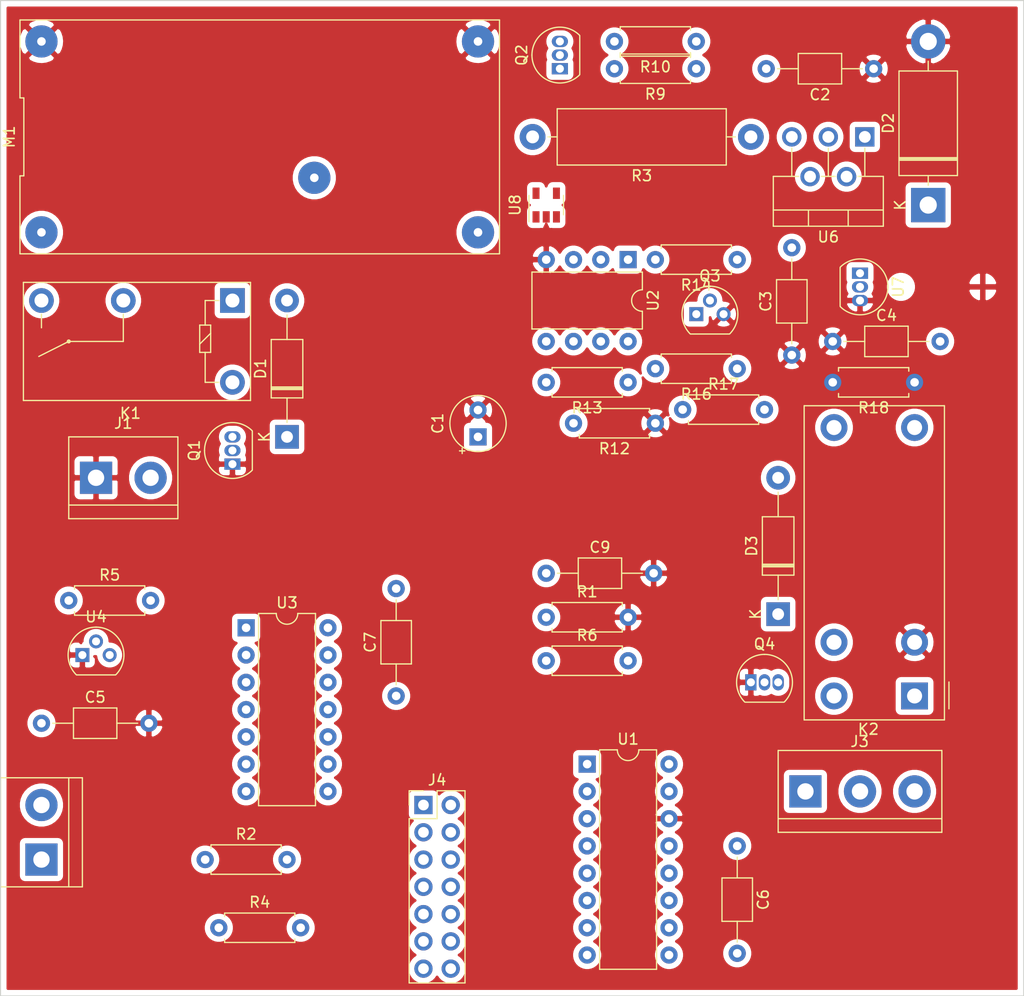
<source format=kicad_pcb>
(kicad_pcb (version 20171130) (host pcbnew 5.1.5-52549c5~84~ubuntu19.10.1)
  (layers (0 F.Cu signal hide) (31 B.Cu signal) (34 B.Paste user) (35 F.Paste user) (36 B.SilkS user) (37 F.SilkS user) (38 B.Mask user) (39 F.Mask user) (44 Edge.Cuts user))
  (net 0 "")
  (net 1 "Net-(D1-Pad2)")
  (net 2 +15V)
  (net 3 GND)
  (net 4 /analog/OUT)
  (net 5 "Net-(D3-Pad2)")
  (net 6 +5V)
  (net 7 GNDD)
  (net 8 /ENABLE_OUT)
  (net 9 /CH2)
  (net 10 /CH3)
  (net 11 /CH4)
  (net 12 /CH5)
  (net 13 /CH6)
  (net 14 /CH7)
  (net 15 /CLK)
  (net 16 /MOSI)
  (net 17 /MISO)
  (net 18 /DAC_CS)
  (net 19 /ADC_CS)
  (net 20 /ENABLE_IN)
  (net 21 /FB)
  (net 22 "Net-(Q2-Pad3)")
  (net 23 "Net-(Q2-Pad2)")
  (net 24 "Net-(Q3-Pad1)")
  (net 25 "Net-(Q3-Pad2)")
  (net 26 "Net-(R2-Pad1)")
  (net 27 /analog/SENSE+)
  (net 28 /analog/SENSE-)
  (net 29 "Net-(R4-Pad1)")
  (net 30 /digital/V_ref)
  (net 31 "Net-(R12-Pad2)")
  (net 32 "Net-(R14-Pad2)")
  (net 33 /analog/SET)
  (net 34 "Net-(R16-Pad2)")
  (net 35 "Net-(R18-Pad1)")
  (net 36 /analog/V_Set)
  (net 37 "Net-(U3-Pad7)")
  (net 38 "Net-(U3-Pad6)")
  (net 39 /analog/I_Set)
  (net 40 "Net-(U3-Pad2)")
  (net 41 "Net-(U4-Pad3)")
  (net 42 "Net-(U6-Pad1)")
  (net 43 /OUT-)
  (net 44 /OUT+)
  (net 45 "Net-(K1-Pad3)")
  (net 46 /V_Out)
  (net 47 /I_Out)
  (net 48 "Net-(J4-Pad8)")
  (net 49 "Net-(J3-Pad2)")
  (module Capacitor_THT:CP_Radial_Tantal_D5.0mm_P2.50mm (layer F.Cu) (at 87.63 81.28 90)
    (fp_text reference C1 (at 1.25 -3.75 90) (layer F.SilkS))
    (fp_text value C)
    (fp_line (start -1.304775 -1.725) (end -1.304775 -1.225) (layer F.SilkS) (width 0.12))
    (fp_line (start -1.554775 -1.475) (end -1.054775 -1.475) (layer F.SilkS) (width 0.12))
    (fp_circle (center 1.25 0) (end 3.87 0) (layer F.SilkS) (width 0.12))
    (pad 2 thru_hole circle (at 2.5 0 90) (size 1.6 1.6) (drill 0.8) (layers *.Cu *.Mask) (net 3 GND))
    (pad 1 thru_hole rect (at 0 0 90) (size 1.6 1.6) (drill 0.8) (layers *.Cu *.Mask) (net 2 +15V))
  )
  (module Package_DIP:DIP-8_W7.62mm (layer F.Cu) (at 101.6 64.77 270)
    (fp_text reference U2 (at 3.81 -2.33 90) (layer F.SilkS))
    (fp_text value LM358)
    (fp_line (start 6.46 -1.33) (end 4.81 -1.33) (layer F.SilkS) (width 0.12))
    (fp_line (start 6.46 8.95) (end 6.46 -1.33) (layer F.SilkS) (width 0.12))
    (fp_line (start 1.16 8.95) (end 6.46 8.95) (layer F.SilkS) (width 0.12))
    (fp_line (start 1.16 -1.33) (end 1.16 8.95) (layer F.SilkS) (width 0.12))
    (fp_line (start 2.81 -1.33) (end 1.16 -1.33) (layer F.SilkS) (width 0.12))
    (fp_arc (start 3.81 -1.33) (end 2.81 -1.33) (angle -180) (layer F.SilkS) (width 0.12))
    (pad 8 thru_hole oval (at 7.62 0 270) (size 1.6 1.6) (drill 0.8) (layers *.Cu *.Mask) (net 2 +15V))
    (pad 4 thru_hole oval (at 0 7.62 270) (size 1.6 1.6) (drill 0.8) (layers *.Cu *.Mask) (net 3 GND))
    (pad 7 thru_hole oval (at 7.62 2.54 270) (size 1.6 1.6) (drill 0.8) (layers *.Cu *.Mask) (net 34 "Net-(R16-Pad2)"))
    (pad 3 thru_hole oval (at 0 5.08 270) (size 1.6 1.6) (drill 0.8) (layers *.Cu *.Mask) (net 39 /analog/I_Set))
    (pad 6 thru_hole oval (at 7.62 5.08 270) (size 1.6 1.6) (drill 0.8) (layers *.Cu *.Mask) (net 31 "Net-(R12-Pad2)"))
    (pad 2 thru_hole oval (at 0 2.54 270) (size 1.6 1.6) (drill 0.8) (layers *.Cu *.Mask) (net 47 /I_Out))
    (pad 5 thru_hole oval (at 7.62 7.62 270) (size 1.6 1.6) (drill 0.8) (layers *.Cu *.Mask) (net 36 /analog/V_Set))
    (pad 1 thru_hole rect (at 0 0 270) (size 1.6 1.6) (drill 0.8) (layers *.Cu *.Mask) (net 32 "Net-(R14-Pad2)"))
  )
  (module Resistor_THT:R_Axial_DIN0516_L15.5mm_D5.0mm_P20.32mm_Horizontal (layer F.Cu) (at 113.03 53.34 180)
    (fp_text reference R3 (at 10.16 -3.62) (layer F.SilkS))
    (fp_text value 0.1R)
    (fp_line (start 18.88 0) (end 18.03 0) (layer F.SilkS) (width 0.12))
    (fp_line (start 1.44 0) (end 2.29 0) (layer F.SilkS) (width 0.12))
    (fp_line (start 18.03 -2.62) (end 2.29 -2.62) (layer F.SilkS) (width 0.12))
    (fp_line (start 18.03 2.62) (end 18.03 -2.62) (layer F.SilkS) (width 0.12))
    (fp_line (start 2.29 2.62) (end 18.03 2.62) (layer F.SilkS) (width 0.12))
    (fp_line (start 2.29 -2.62) (end 2.29 2.62) (layer F.SilkS) (width 0.12))
    (pad 2 thru_hole oval (at 20.32 0 180) (size 2.4 2.4) (drill 1.2) (layers *.Cu *.Mask) (net 27 /analog/SENSE+))
    (pad 1 thru_hole circle (at 0 0 180) (size 2.4 2.4) (drill 1.2) (layers *.Cu *.Mask) (net 28 /analog/SENSE-))
  )
  (module Resistor_THT:R_Axial_DIN0207_L6.3mm_D2.5mm_P7.62mm_Horizontal (layer F.Cu) (at 93.98 102.13)
    (fp_text reference R6 (at 3.81 -2.37) (layer F.SilkS))
    (fp_text value R)
    (fp_line (start 7.08 1.37) (end 7.08 1.04) (layer F.SilkS) (width 0.12))
    (fp_line (start 0.54 1.37) (end 7.08 1.37) (layer F.SilkS) (width 0.12))
    (fp_line (start 0.54 1.04) (end 0.54 1.37) (layer F.SilkS) (width 0.12))
    (fp_line (start 7.08 -1.37) (end 7.08 -1.04) (layer F.SilkS) (width 0.12))
    (fp_line (start 0.54 -1.37) (end 7.08 -1.37) (layer F.SilkS) (width 0.12))
    (fp_line (start 0.54 -1.04) (end 0.54 -1.37) (layer F.SilkS) (width 0.12))
    (pad 2 thru_hole oval (at 7.62 0) (size 1.6 1.6) (drill 0.8) (layers *.Cu *.Mask) (net 49 "Net-(J3-Pad2)"))
    (pad 1 thru_hole circle (at 0 0) (size 1.6 1.6) (drill 0.8) (layers *.Cu *.Mask) (net 46 /V_Out))
  )
  (module Resistor_THT:R_Axial_DIN0207_L6.3mm_D2.5mm_P7.62mm_Horizontal (layer F.Cu) (at 93.98 98.08)
    (fp_text reference R1 (at 3.81 -2.37) (layer F.SilkS))
    (fp_text value R)
    (fp_line (start 7.08 1.37) (end 7.08 1.04) (layer F.SilkS) (width 0.12))
    (fp_line (start 0.54 1.37) (end 7.08 1.37) (layer F.SilkS) (width 0.12))
    (fp_line (start 0.54 1.04) (end 0.54 1.37) (layer F.SilkS) (width 0.12))
    (fp_line (start 7.08 -1.37) (end 7.08 -1.04) (layer F.SilkS) (width 0.12))
    (fp_line (start 0.54 -1.37) (end 7.08 -1.37) (layer F.SilkS) (width 0.12))
    (fp_line (start 0.54 -1.04) (end 0.54 -1.37) (layer F.SilkS) (width 0.12))
    (pad 2 thru_hole oval (at 7.62 0) (size 1.6 1.6) (drill 0.8) (layers *.Cu *.Mask) (net 3 GND))
    (pad 1 thru_hole circle (at 0 0) (size 1.6 1.6) (drill 0.8) (layers *.Cu *.Mask) (net 46 /V_Out))
  )
  (module Capacitor_THT:C_Axial_L3.8mm_D2.6mm_P10.00mm_Horizontal (layer F.Cu) (at 93.98 93.98)
    (fp_text reference C9 (at 5 -2.42) (layer F.SilkS))
    (fp_text value C)
    (fp_line (start 8.96 0) (end 7.02 0) (layer F.SilkS) (width 0.12))
    (fp_line (start 1.04 0) (end 2.98 0) (layer F.SilkS) (width 0.12))
    (fp_line (start 7.02 -1.42) (end 2.98 -1.42) (layer F.SilkS) (width 0.12))
    (fp_line (start 7.02 1.42) (end 7.02 -1.42) (layer F.SilkS) (width 0.12))
    (fp_line (start 2.98 1.42) (end 7.02 1.42) (layer F.SilkS) (width 0.12))
    (fp_line (start 2.98 -1.42) (end 2.98 1.42) (layer F.SilkS) (width 0.12))
    (pad 2 thru_hole oval (at 10 0) (size 1.6 1.6) (drill 0.8) (layers *.Cu *.Mask) (net 3 GND))
    (pad 1 thru_hole circle (at 0 0) (size 1.6 1.6) (drill 0.8) (layers *.Cu *.Mask) (net 46 /V_Out))
  )
  (module Connector_PinHeader_2.54mm:PinHeader_2x07_P2.54mm_Vertical (layer F.Cu) (at 82.55 115.57)
    (fp_text reference J4 (at 1.27 -2.33) (layer F.SilkS))
    (fp_text value Conn_02x07_Counter_Clockwise)
    (fp_line (start -1.33 -1.33) (end 0 -1.33) (layer F.SilkS) (width 0.12))
    (fp_line (start -1.33 0) (end -1.33 -1.33) (layer F.SilkS) (width 0.12))
    (fp_line (start 1.27 -1.33) (end 3.87 -1.33) (layer F.SilkS) (width 0.12))
    (fp_line (start 1.27 1.27) (end 1.27 -1.33) (layer F.SilkS) (width 0.12))
    (fp_line (start -1.33 1.27) (end 1.27 1.27) (layer F.SilkS) (width 0.12))
    (fp_line (start 3.87 -1.33) (end 3.87 16.57) (layer F.SilkS) (width 0.12))
    (fp_line (start -1.33 1.27) (end -1.33 16.57) (layer F.SilkS) (width 0.12))
    (fp_line (start -1.33 16.57) (end 3.87 16.57) (layer F.SilkS) (width 0.12))
    (pad 14 thru_hole oval (at 2.54 15.24) (size 1.7 1.7) (drill 1) (layers *.Cu *.Mask) (net 9 /CH2))
    (pad 13 thru_hole oval (at 0 15.24) (size 1.7 1.7) (drill 1) (layers *.Cu *.Mask) (net 10 /CH3))
    (pad 12 thru_hole oval (at 2.54 12.7) (size 1.7 1.7) (drill 1) (layers *.Cu *.Mask) (net 11 /CH4))
    (pad 11 thru_hole oval (at 0 12.7) (size 1.7 1.7) (drill 1) (layers *.Cu *.Mask) (net 12 /CH5))
    (pad 10 thru_hole oval (at 2.54 10.16) (size 1.7 1.7) (drill 1) (layers *.Cu *.Mask) (net 13 /CH6))
    (pad 9 thru_hole oval (at 0 10.16) (size 1.7 1.7) (drill 1) (layers *.Cu *.Mask) (net 14 /CH7))
    (pad 8 thru_hole oval (at 2.54 7.62) (size 1.7 1.7) (drill 1) (layers *.Cu *.Mask) (net 48 "Net-(J4-Pad8)"))
    (pad 7 thru_hole oval (at 0 7.62) (size 1.7 1.7) (drill 1) (layers *.Cu *.Mask) (net 15 /CLK))
    (pad 6 thru_hole oval (at 2.54 5.08) (size 1.7 1.7) (drill 1) (layers *.Cu *.Mask) (net 16 /MOSI))
    (pad 5 thru_hole oval (at 0 5.08) (size 1.7 1.7) (drill 1) (layers *.Cu *.Mask) (net 17 /MISO))
    (pad 4 thru_hole oval (at 2.54 2.54) (size 1.7 1.7) (drill 1) (layers *.Cu *.Mask) (net 18 /DAC_CS))
    (pad 3 thru_hole oval (at 0 2.54) (size 1.7 1.7) (drill 1) (layers *.Cu *.Mask) (net 19 /ADC_CS))
    (pad 2 thru_hole oval (at 2.54 0) (size 1.7 1.7) (drill 1) (layers *.Cu *.Mask) (net 8 /ENABLE_OUT))
    (pad 1 thru_hole rect (at 0 0) (size 1.7 1.7) (drill 1) (layers *.Cu *.Mask) (net 20 /ENABLE_IN))
  )
  (module Capacitor_THT:C_Axial_L3.8mm_D2.6mm_P10.00mm_Horizontal (layer F.Cu) (at 80.01 105.41 90)
    (fp_text reference C7 (at 5 -2.42 90) (layer F.SilkS))
    (fp_text value C)
    (fp_line (start 8.96 0) (end 7.02 0) (layer F.SilkS) (width 0.12))
    (fp_line (start 1.04 0) (end 2.98 0) (layer F.SilkS) (width 0.12))
    (fp_line (start 7.02 -1.42) (end 2.98 -1.42) (layer F.SilkS) (width 0.12))
    (fp_line (start 7.02 1.42) (end 7.02 -1.42) (layer F.SilkS) (width 0.12))
    (fp_line (start 2.98 1.42) (end 7.02 1.42) (layer F.SilkS) (width 0.12))
    (fp_line (start 2.98 -1.42) (end 2.98 1.42) (layer F.SilkS) (width 0.12))
    (pad 2 thru_hole oval (at 10 0 90) (size 1.6 1.6) (drill 0.8) (layers *.Cu *.Mask) (net 6 +5V))
    (pad 1 thru_hole circle (at 0 0 90) (size 1.6 1.6) (drill 0.8) (layers *.Cu *.Mask) (net 7 GNDD))
  )
  (module Capacitor_THT:C_Axial_L3.8mm_D2.6mm_P10.00mm_Horizontal (layer F.Cu) (at 111.76 119.38 270)
    (fp_text reference C6 (at 5 -2.42 90) (layer F.SilkS))
    (fp_text value C)
    (fp_line (start 8.96 0) (end 7.02 0) (layer F.SilkS) (width 0.12))
    (fp_line (start 1.04 0) (end 2.98 0) (layer F.SilkS) (width 0.12))
    (fp_line (start 7.02 -1.42) (end 2.98 -1.42) (layer F.SilkS) (width 0.12))
    (fp_line (start 7.02 1.42) (end 7.02 -1.42) (layer F.SilkS) (width 0.12))
    (fp_line (start 2.98 1.42) (end 7.02 1.42) (layer F.SilkS) (width 0.12))
    (fp_line (start 2.98 -1.42) (end 2.98 1.42) (layer F.SilkS) (width 0.12))
    (pad 2 thru_hole oval (at 10 0 270) (size 1.6 1.6) (drill 0.8) (layers *.Cu *.Mask) (net 7 GNDD))
    (pad 1 thru_hole circle (at 0 0 270) (size 1.6 1.6) (drill 0.8) (layers *.Cu *.Mask) (net 6 +5V))
  )
  (module Capacitor_THT:C_Axial_L3.8mm_D2.6mm_P10.00mm_Horizontal (layer F.Cu) (at 46.99 107.95)
    (fp_text reference C5 (at 5 -2.42) (layer F.SilkS))
    (fp_text value C)
    (fp_line (start 8.96 0) (end 7.02 0) (layer F.SilkS) (width 0.12))
    (fp_line (start 1.04 0) (end 2.98 0) (layer F.SilkS) (width 0.12))
    (fp_line (start 7.02 -1.42) (end 2.98 -1.42) (layer F.SilkS) (width 0.12))
    (fp_line (start 7.02 1.42) (end 7.02 -1.42) (layer F.SilkS) (width 0.12))
    (fp_line (start 2.98 1.42) (end 7.02 1.42) (layer F.SilkS) (width 0.12))
    (fp_line (start 2.98 -1.42) (end 2.98 1.42) (layer F.SilkS) (width 0.12))
    (pad 2 thru_hole oval (at 10 0) (size 1.6 1.6) (drill 0.8) (layers *.Cu *.Mask) (net 3 GND))
    (pad 1 thru_hole circle (at 0 0) (size 1.6 1.6) (drill 0.8) (layers *.Cu *.Mask) (net 30 /digital/V_ref))
  )
  (module Capacitor_THT:C_Axial_L3.8mm_D2.6mm_P10.00mm_Horizontal (layer F.Cu) (at 120.65 72.39)
    (fp_text reference C4 (at 5 -2.42) (layer F.SilkS))
    (fp_text value C)
    (fp_line (start 8.96 0) (end 7.02 0) (layer F.SilkS) (width 0.12))
    (fp_line (start 1.04 0) (end 2.98 0) (layer F.SilkS) (width 0.12))
    (fp_line (start 7.02 -1.42) (end 2.98 -1.42) (layer F.SilkS) (width 0.12))
    (fp_line (start 7.02 1.42) (end 7.02 -1.42) (layer F.SilkS) (width 0.12))
    (fp_line (start 2.98 1.42) (end 7.02 1.42) (layer F.SilkS) (width 0.12))
    (fp_line (start 2.98 -1.42) (end 2.98 1.42) (layer F.SilkS) (width 0.12))
    (pad 2 thru_hole oval (at 10 0) (size 1.6 1.6) (drill 0.8) (layers *.Cu *.Mask) (net 4 /analog/OUT))
    (pad 1 thru_hole circle (at 0 0) (size 1.6 1.6) (drill 0.8) (layers *.Cu *.Mask) (net 3 GND))
  )
  (module Capacitor_THT:C_Axial_L3.8mm_D2.6mm_P10.00mm_Horizontal (layer F.Cu) (at 116.84 73.66 90)
    (fp_text reference C3 (at 5 -2.42 90) (layer F.SilkS))
    (fp_text value C)
    (fp_line (start 8.96 0) (end 7.02 0) (layer F.SilkS) (width 0.12))
    (fp_line (start 1.04 0) (end 2.98 0) (layer F.SilkS) (width 0.12))
    (fp_line (start 7.02 -1.42) (end 2.98 -1.42) (layer F.SilkS) (width 0.12))
    (fp_line (start 7.02 1.42) (end 7.02 -1.42) (layer F.SilkS) (width 0.12))
    (fp_line (start 2.98 1.42) (end 7.02 1.42) (layer F.SilkS) (width 0.12))
    (fp_line (start 2.98 -1.42) (end 2.98 1.42) (layer F.SilkS) (width 0.12))
    (pad 2 thru_hole oval (at 10 0 90) (size 1.6 1.6) (drill 0.8) (layers *.Cu *.Mask) (net 33 /analog/SET))
    (pad 1 thru_hole circle (at 0 0 90) (size 1.6 1.6) (drill 0.8) (layers *.Cu *.Mask) (net 3 GND))
  )
  (module Capacitor_THT:C_Axial_L3.8mm_D2.6mm_P10.00mm_Horizontal (layer F.Cu) (at 124.46 46.99 180)
    (fp_text reference C2 (at 5 -2.42) (layer F.SilkS))
    (fp_text value C)
    (fp_line (start 8.96 0) (end 7.02 0) (layer F.SilkS) (width 0.12))
    (fp_line (start 1.04 0) (end 2.98 0) (layer F.SilkS) (width 0.12))
    (fp_line (start 7.02 -1.42) (end 2.98 -1.42) (layer F.SilkS) (width 0.12))
    (fp_line (start 7.02 1.42) (end 7.02 -1.42) (layer F.SilkS) (width 0.12))
    (fp_line (start 2.98 1.42) (end 7.02 1.42) (layer F.SilkS) (width 0.12))
    (fp_line (start 2.98 -1.42) (end 2.98 1.42) (layer F.SilkS) (width 0.12))
    (pad 2 thru_hole oval (at 10 0 180) (size 1.6 1.6) (drill 0.8) (layers *.Cu *.Mask) (net 28 /analog/SENSE-))
    (pad 1 thru_hole circle (at 0 0 180) (size 1.6 1.6) (drill 0.8) (layers *.Cu *.Mask) (net 3 GND))
  )
  (module Package_TO_SOT_SMD:SOT-23-5 (layer F.Cu) (at 93.98 59.69 90)
    (fp_text reference U8 (at 0 -2.9 90) (layer F.SilkS))
    (fp_text value INA196)
    (fp_line (start 0.9 -1.61) (end -1.55 -1.61) (layer F.SilkS) (width 0.12))
    (fp_line (start -0.9 1.61) (end 0.9 1.61) (layer F.SilkS) (width 0.12))
    (pad 5 smd rect (at 1.1 -0.95 90) (size 1.06 0.65) (layers F.Cu F.Paste F.Mask) (net 28 /analog/SENSE-))
    (pad 4 smd rect (at 1.1 0.95 90) (size 1.06 0.65) (layers F.Cu F.Paste F.Mask) (net 27 /analog/SENSE+))
    (pad 3 smd rect (at -1.1 0.95 90) (size 1.06 0.65) (layers F.Cu F.Paste F.Mask) (net 2 +15V))
    (pad 2 smd rect (at -1.1 0 90) (size 1.06 0.65) (layers F.Cu F.Paste F.Mask) (net 3 GND))
    (pad 1 smd rect (at -1.1 -0.95 90) (size 1.06 0.65) (layers F.Cu F.Paste F.Mask) (net 47 /I_Out))
  )
  (module Package_TO_SOT_THT:TO-220-5_P3.4x3.7mm_StaggerOdd_Lead3.8mm_Vertical (layer F.Cu) (at 123.64 53.34 180)
    (fp_text reference U6 (at 3.4 -9.32) (layer F.SilkS))
    (fp_text value LT3080xT)
    (fp_line (start 6.8 -3.679) (end 6.8 -1.065) (layer F.SilkS) (width 0.12))
    (fp_line (start 3.4 -3.679) (end 3.4 -1.065) (layer F.SilkS) (width 0.12))
    (fp_line (start 0 -3.679) (end 0 -1.049) (layer F.SilkS) (width 0.12))
    (fp_line (start 5.25 -8.32) (end 5.25 -6.811) (layer F.SilkS) (width 0.12))
    (fp_line (start 1.55 -8.32) (end 1.55 -6.811) (layer F.SilkS) (width 0.12))
    (fp_line (start -1.721 -6.811) (end 8.52 -6.811) (layer F.SilkS) (width 0.12))
    (fp_line (start 8.52 -8.32) (end 8.52 -3.679) (layer F.SilkS) (width 0.12))
    (fp_line (start -1.721 -8.32) (end -1.721 -3.679) (layer F.SilkS) (width 0.12))
    (fp_line (start 6.165 -3.679) (end 8.52 -3.679) (layer F.SilkS) (width 0.12))
    (fp_line (start 2.765 -3.679) (end 4.035 -3.679) (layer F.SilkS) (width 0.12))
    (fp_line (start -1.721 -3.679) (end 0.635 -3.679) (layer F.SilkS) (width 0.12))
    (fp_line (start -1.721 -8.32) (end 8.52 -8.32) (layer F.SilkS) (width 0.12))
    (pad 5 thru_hole oval (at 6.8 0 180) (size 1.8 1.8) (drill 1.1) (layers *.Cu *.Mask) (net 28 /analog/SENSE-))
    (pad 4 thru_hole oval (at 5.1 -3.7 180) (size 1.8 1.8) (drill 1.1) (layers *.Cu *.Mask) (net 2 +15V))
    (pad 3 thru_hole oval (at 3.4 0 180) (size 1.8 1.8) (drill 1.1) (layers *.Cu *.Mask) (net 4 /analog/OUT))
    (pad 2 thru_hole oval (at 1.7 -3.7 180) (size 1.8 1.8) (drill 1.1) (layers *.Cu *.Mask) (net 33 /analog/SET))
    (pad 1 thru_hole rect (at 0 0 180) (size 1.8 1.8) (drill 1.1) (layers *.Cu *.Mask) (net 42 "Net-(U6-Pad1)"))
  )
  (module Resistor_THT:R_Axial_DIN0207_L6.3mm_D2.5mm_P7.62mm_Horizontal (layer F.Cu) (at 106.68 78.74)
    (fp_text reference R17 (at 3.81 -2.37) (layer F.SilkS))
    (fp_text value 10kR)
    (fp_line (start 7.08 1.37) (end 7.08 1.04) (layer F.SilkS) (width 0.12))
    (fp_line (start 0.54 1.37) (end 7.08 1.37) (layer F.SilkS) (width 0.12))
    (fp_line (start 0.54 1.04) (end 0.54 1.37) (layer F.SilkS) (width 0.12))
    (fp_line (start 7.08 -1.37) (end 7.08 -1.04) (layer F.SilkS) (width 0.12))
    (fp_line (start 0.54 -1.37) (end 7.08 -1.37) (layer F.SilkS) (width 0.12))
    (fp_line (start 0.54 -1.04) (end 0.54 -1.37) (layer F.SilkS) (width 0.12))
    (pad 2 thru_hole oval (at 7.62 0) (size 1.6 1.6) (drill 0.8) (layers *.Cu *.Mask) (net 24 "Net-(Q3-Pad1)"))
    (pad 1 thru_hole circle (at 0 0) (size 1.6 1.6) (drill 0.8) (layers *.Cu *.Mask) (net 33 /analog/SET))
  )
  (module Package_TO_SOT_THT:TO-92 (layer F.Cu) (at 107.95 69.85)
    (fp_text reference Q3 (at 1.27 -3.56) (layer F.SilkS))
    (fp_text value Q_NPN_BCE)
    (fp_arc (start 1.27 0) (end 1.27 -2.6) (angle 135) (layer F.SilkS) (width 0.12))
    (fp_arc (start 1.27 0) (end 1.27 -2.6) (angle -135) (layer F.SilkS) (width 0.12))
    (fp_line (start -0.53 1.85) (end 3.07 1.85) (layer F.SilkS) (width 0.12))
    (pad 1 thru_hole rect (at 0 0 90) (size 1.3 1.3) (drill 0.75) (layers *.Cu *.Mask) (net 24 "Net-(Q3-Pad1)"))
    (pad 3 thru_hole circle (at 2.54 0 90) (size 1.3 1.3) (drill 0.75) (layers *.Cu *.Mask) (net 3 GND))
    (pad 2 thru_hole circle (at 1.27 -1.27 90) (size 1.3 1.3) (drill 0.75) (layers *.Cu *.Mask) (net 25 "Net-(Q3-Pad2)"))
  )
  (module Package_TO_SOT_THT:TO-92_Inline (layer F.Cu) (at 113.03 104.14)
    (fp_text reference Q4 (at 1.27 -3.56) (layer F.SilkS))
    (fp_text value BC327)
    (fp_arc (start 1.27 0) (end 1.27 -2.6) (angle 135) (layer F.SilkS) (width 0.12))
    (fp_arc (start 1.27 0) (end 1.27 -2.6) (angle -135) (layer F.SilkS) (width 0.12))
    (fp_line (start -0.53 1.85) (end 3.07 1.85) (layer F.SilkS) (width 0.12))
    (pad 1 thru_hole rect (at 0 0) (size 1.05 1.5) (drill 0.75) (layers *.Cu *.Mask) (net 3 GND))
    (pad 3 thru_hole oval (at 2.54 0) (size 1.05 1.5) (drill 0.75) (layers *.Cu *.Mask) (net 5 "Net-(D3-Pad2)"))
    (pad 2 thru_hole oval (at 1.27 0) (size 1.05 1.5) (drill 0.75) (layers *.Cu *.Mask) (net 8 /ENABLE_OUT))
  )
  (module Resistor_THT:R_Axial_DIN0207_L6.3mm_D2.5mm_P7.62mm_Horizontal (layer F.Cu) (at 107.95 44.45 180)
    (fp_text reference R10 (at 3.81 -2.37) (layer F.SilkS))
    (fp_text value 65?R)
    (fp_line (start 7.08 1.37) (end 7.08 1.04) (layer F.SilkS) (width 0.12))
    (fp_line (start 0.54 1.37) (end 7.08 1.37) (layer F.SilkS) (width 0.12))
    (fp_line (start 0.54 1.04) (end 0.54 1.37) (layer F.SilkS) (width 0.12))
    (fp_line (start 7.08 -1.37) (end 7.08 -1.04) (layer F.SilkS) (width 0.12))
    (fp_line (start 0.54 -1.37) (end 7.08 -1.37) (layer F.SilkS) (width 0.12))
    (fp_line (start 0.54 -1.04) (end 0.54 -1.37) (layer F.SilkS) (width 0.12))
    (pad 2 thru_hole oval (at 7.62 0 180) (size 1.6 1.6) (drill 0.8) (layers *.Cu *.Mask) (net 22 "Net-(Q2-Pad3)"))
    (pad 1 thru_hole circle (at 0 0 180) (size 1.6 1.6) (drill 0.8) (layers *.Cu *.Mask) (net 28 /analog/SENSE-))
  )
  (module Resistor_THT:R_Axial_DIN0207_L6.3mm_D2.5mm_P7.62mm_Horizontal (layer F.Cu) (at 101.6 76.2 180)
    (fp_text reference R13 (at 3.81 -2.37) (layer F.SilkS))
    (fp_text value 22kR)
    (fp_line (start 7.08 1.37) (end 7.08 1.04) (layer F.SilkS) (width 0.12))
    (fp_line (start 0.54 1.37) (end 7.08 1.37) (layer F.SilkS) (width 0.12))
    (fp_line (start 0.54 1.04) (end 0.54 1.37) (layer F.SilkS) (width 0.12))
    (fp_line (start 7.08 -1.37) (end 7.08 -1.04) (layer F.SilkS) (width 0.12))
    (fp_line (start 0.54 -1.37) (end 7.08 -1.37) (layer F.SilkS) (width 0.12))
    (fp_line (start 0.54 -1.04) (end 0.54 -1.37) (layer F.SilkS) (width 0.12))
    (pad 2 thru_hole oval (at 7.62 0 180) (size 1.6 1.6) (drill 0.8) (layers *.Cu *.Mask) (net 31 "Net-(R12-Pad2)"))
    (pad 1 thru_hole circle (at 0 0 180) (size 1.6 1.6) (drill 0.8) (layers *.Cu *.Mask) (net 33 /analog/SET))
  )
  (module Resistor_THT:R_Axial_DIN0207_L6.3mm_D2.5mm_P7.62mm_Horizontal (layer F.Cu) (at 128.27 76.2 180)
    (fp_text reference R18 (at 3.81 -2.37) (layer F.SilkS))
    (fp_text value 82R)
    (fp_line (start 7.08 1.37) (end 7.08 1.04) (layer F.SilkS) (width 0.12))
    (fp_line (start 0.54 1.37) (end 7.08 1.37) (layer F.SilkS) (width 0.12))
    (fp_line (start 0.54 1.04) (end 0.54 1.37) (layer F.SilkS) (width 0.12))
    (fp_line (start 7.08 -1.37) (end 7.08 -1.04) (layer F.SilkS) (width 0.12))
    (fp_line (start 0.54 -1.37) (end 7.08 -1.37) (layer F.SilkS) (width 0.12))
    (fp_line (start 0.54 -1.04) (end 0.54 -1.37) (layer F.SilkS) (width 0.12))
    (pad 2 thru_hole oval (at 7.62 0 180) (size 1.6 1.6) (drill 0.8) (layers *.Cu *.Mask) (net 3 GND))
    (pad 1 thru_hole circle (at 0 0 180) (size 1.6 1.6) (drill 0.8) (layers *.Cu *.Mask) (net 35 "Net-(R18-Pad1)"))
  )
  (module Package_TO_SOT_THT:TO-92 (layer F.Cu) (at 50.8 101.6)
    (fp_text reference U4 (at 1.27 -3.56) (layer F.SilkS))
    (fp_text value LT1029)
    (fp_arc (start 1.27 0) (end 1.27 -2.6) (angle 135) (layer F.SilkS) (width 0.12))
    (fp_arc (start 1.27 0) (end 1.27 -2.6) (angle -135) (layer F.SilkS) (width 0.12))
    (fp_line (start -0.53 1.85) (end 3.07 1.85) (layer F.SilkS) (width 0.12))
    (pad 1 thru_hole rect (at 0 0 90) (size 1.3 1.3) (drill 0.75) (layers *.Cu *.Mask) (net 3 GND))
    (pad 3 thru_hole circle (at 2.54 0 90) (size 1.3 1.3) (drill 0.75) (layers *.Cu *.Mask) (net 41 "Net-(U4-Pad3)"))
    (pad 2 thru_hole circle (at 1.27 -1.27 90) (size 1.3 1.3) (drill 0.75) (layers *.Cu *.Mask) (net 30 /digital/V_ref))
  )
  (module Resistor_THT:R_Axial_DIN0207_L6.3mm_D2.5mm_P7.62mm_Horizontal (layer F.Cu) (at 49.53 96.52)
    (fp_text reference R5 (at 3.81 -2.37) (layer F.SilkS))
    (fp_text value R)
    (fp_line (start 7.08 1.37) (end 7.08 1.04) (layer F.SilkS) (width 0.12))
    (fp_line (start 0.54 1.37) (end 7.08 1.37) (layer F.SilkS) (width 0.12))
    (fp_line (start 0.54 1.04) (end 0.54 1.37) (layer F.SilkS) (width 0.12))
    (fp_line (start 7.08 -1.37) (end 7.08 -1.04) (layer F.SilkS) (width 0.12))
    (fp_line (start 0.54 -1.37) (end 7.08 -1.37) (layer F.SilkS) (width 0.12))
    (fp_line (start 0.54 -1.04) (end 0.54 -1.37) (layer F.SilkS) (width 0.12))
    (pad 2 thru_hole oval (at 7.62 0) (size 1.6 1.6) (drill 0.8) (layers *.Cu *.Mask) (net 6 +5V))
    (pad 1 thru_hole circle (at 0 0) (size 1.6 1.6) (drill 0.8) (layers *.Cu *.Mask) (net 30 /digital/V_ref))
  )
  (module TerminalBlock:TerminalBlock_bornier-2_P5.08mm (layer F.Cu) (at 52.07 85.09)
    (fp_text reference J1 (at 2.54 -5.08) (layer F.SilkS))
    (fp_text value Screw_Terminal_01x02)
    (fp_line (start -2.54 3.81) (end 7.62 3.81) (layer F.SilkS) (width 0.12))
    (fp_line (start -2.54 -3.81) (end -2.54 3.81) (layer F.SilkS) (width 0.12))
    (fp_line (start 7.62 -3.81) (end -2.54 -3.81) (layer F.SilkS) (width 0.12))
    (fp_line (start 7.62 3.81) (end 7.62 -3.81) (layer F.SilkS) (width 0.12))
    (fp_line (start 7.62 2.54) (end -2.54 2.54) (layer F.SilkS) (width 0.12))
    (pad 2 thru_hole circle (at 5.08 0) (size 3 3) (drill 1.52) (layers *.Cu *.Mask) (net 2 +15V))
    (pad 1 thru_hole rect (at 0 0) (size 3 3) (drill 1.52) (layers *.Cu *.Mask) (net 3 GND))
  )
  (module Resistor_THT:R_Axial_DIN0207_L6.3mm_D2.5mm_P7.62mm_Horizontal (layer F.Cu) (at 104.14 80.01 180)
    (fp_text reference R12 (at 3.81 -2.37) (layer F.SilkS))
    (fp_text value 4k7R)
    (fp_line (start 7.08 1.37) (end 7.08 1.04) (layer F.SilkS) (width 0.12))
    (fp_line (start 0.54 1.37) (end 7.08 1.37) (layer F.SilkS) (width 0.12))
    (fp_line (start 0.54 1.04) (end 0.54 1.37) (layer F.SilkS) (width 0.12))
    (fp_line (start 7.08 -1.37) (end 7.08 -1.04) (layer F.SilkS) (width 0.12))
    (fp_line (start 0.54 -1.37) (end 7.08 -1.37) (layer F.SilkS) (width 0.12))
    (fp_line (start 0.54 -1.04) (end 0.54 -1.37) (layer F.SilkS) (width 0.12))
    (pad 2 thru_hole oval (at 7.62 0 180) (size 1.6 1.6) (drill 0.8) (layers *.Cu *.Mask) (net 31 "Net-(R12-Pad2)"))
    (pad 1 thru_hole circle (at 0 0 180) (size 1.6 1.6) (drill 0.8) (layers *.Cu *.Mask) (net 3 GND))
  )
  (module Resistor_THT:R_Axial_DIN0207_L6.3mm_D2.5mm_P7.62mm_Horizontal (layer F.Cu) (at 63.5 127)
    (fp_text reference R4 (at 3.81 -2.37) (layer F.SilkS))
    (fp_text value R)
    (fp_line (start 7.08 1.37) (end 7.08 1.04) (layer F.SilkS) (width 0.12))
    (fp_line (start 0.54 1.37) (end 7.08 1.37) (layer F.SilkS) (width 0.12))
    (fp_line (start 0.54 1.04) (end 0.54 1.37) (layer F.SilkS) (width 0.12))
    (fp_line (start 7.08 -1.37) (end 7.08 -1.04) (layer F.SilkS) (width 0.12))
    (fp_line (start 0.54 -1.37) (end 7.08 -1.37) (layer F.SilkS) (width 0.12))
    (fp_line (start 0.54 -1.04) (end 0.54 -1.37) (layer F.SilkS) (width 0.12))
    (pad 2 thru_hole oval (at 7.62 0) (size 1.6 1.6) (drill 0.8) (layers *.Cu *.Mask) (net 7 GNDD))
    (pad 1 thru_hole circle (at 0 0) (size 1.6 1.6) (drill 0.8) (layers *.Cu *.Mask) (net 29 "Net-(R4-Pad1)"))
  )
  (module Package_DIP:DIP-16_W7.62mm (layer F.Cu) (at 97.79 111.76)
    (fp_text reference U1 (at 3.81 -2.33) (layer F.SilkS))
    (fp_text value MCP3208)
    (fp_arc (start 3.81 -1.33) (end 2.81 -1.33) (angle -180) (layer F.SilkS) (width 0.12))
    (fp_line (start 2.81 -1.33) (end 1.16 -1.33) (layer F.SilkS) (width 0.12))
    (fp_line (start 1.16 -1.33) (end 1.16 19.11) (layer F.SilkS) (width 0.12))
    (fp_line (start 1.16 19.11) (end 6.46 19.11) (layer F.SilkS) (width 0.12))
    (fp_line (start 6.46 19.11) (end 6.46 -1.33) (layer F.SilkS) (width 0.12))
    (fp_line (start 6.46 -1.33) (end 4.81 -1.33) (layer F.SilkS) (width 0.12))
    (pad 1 thru_hole rect (at 0 0) (size 1.6 1.6) (drill 0.8) (layers *.Cu *.Mask) (net 46 /V_Out))
    (pad 9 thru_hole oval (at 7.62 17.78) (size 1.6 1.6) (drill 0.8) (layers *.Cu *.Mask) (net 7 GNDD))
    (pad 2 thru_hole oval (at 0 2.54) (size 1.6 1.6) (drill 0.8) (layers *.Cu *.Mask) (net 47 /I_Out))
    (pad 10 thru_hole oval (at 7.62 15.24) (size 1.6 1.6) (drill 0.8) (layers *.Cu *.Mask) (net 19 /ADC_CS))
    (pad 3 thru_hole oval (at 0 5.08) (size 1.6 1.6) (drill 0.8) (layers *.Cu *.Mask) (net 9 /CH2))
    (pad 11 thru_hole oval (at 7.62 12.7) (size 1.6 1.6) (drill 0.8) (layers *.Cu *.Mask) (net 16 /MOSI))
    (pad 4 thru_hole oval (at 0 7.62) (size 1.6 1.6) (drill 0.8) (layers *.Cu *.Mask) (net 10 /CH3))
    (pad 12 thru_hole oval (at 7.62 10.16) (size 1.6 1.6) (drill 0.8) (layers *.Cu *.Mask) (net 17 /MISO))
    (pad 5 thru_hole oval (at 0 10.16) (size 1.6 1.6) (drill 0.8) (layers *.Cu *.Mask) (net 11 /CH4))
    (pad 13 thru_hole oval (at 7.62 7.62) (size 1.6 1.6) (drill 0.8) (layers *.Cu *.Mask) (net 15 /CLK))
    (pad 6 thru_hole oval (at 0 12.7) (size 1.6 1.6) (drill 0.8) (layers *.Cu *.Mask) (net 12 /CH5))
    (pad 14 thru_hole oval (at 7.62 5.08) (size 1.6 1.6) (drill 0.8) (layers *.Cu *.Mask) (net 3 GND))
    (pad 7 thru_hole oval (at 0 15.24) (size 1.6 1.6) (drill 0.8) (layers *.Cu *.Mask) (net 13 /CH6))
    (pad 15 thru_hole oval (at 7.62 2.54) (size 1.6 1.6) (drill 0.8) (layers *.Cu *.Mask) (net 30 /digital/V_ref))
    (pad 8 thru_hole oval (at 0 17.78) (size 1.6 1.6) (drill 0.8) (layers *.Cu *.Mask) (net 14 /CH7))
    (pad 16 thru_hole oval (at 7.62 0) (size 1.6 1.6) (drill 0.8) (layers *.Cu *.Mask) (net 6 +5V))
  )
  (module Relay_THT:Relay_DPST_Fujitsu_FTR-F1A (layer F.Cu) (at 128.27 105.41 180)
    (fp_text reference K2 (at 4.3 -3.1) (layer F.SilkS))
    (fp_text value Fujitsu_FTR-F1A)
    (fp_line (start -3.2 -1.2) (end -3.2 1.3) (layer F.SilkS) (width 0.12))
    (fp_line (start -2.78 27.03) (end -2.78 -2.23) (layer F.SilkS) (width 0.12))
    (fp_line (start 10.28 27.03) (end -2.78 27.03) (layer F.SilkS) (width 0.12))
    (fp_line (start 10.28 -2.23) (end 10.28 27.03) (layer F.SilkS) (width 0.12))
    (fp_line (start -2.78 -2.23) (end 10.28 -2.23) (layer F.SilkS) (width 0.12))
    (pad 8 thru_hole circle (at 7.5 0 90) (size 2.5 2.5) (drill 1.4) (layers *.Cu *.Mask) (net 44 /OUT+))
    (pad 7 thru_hole circle (at 7.5 5 90) (size 2.5 2.5) (drill 1.4) (layers *.Cu *.Mask) (net 4 /analog/OUT))
    (pad 5 thru_hole circle (at 7.5 25 90) (size 2.5 2.5) (drill 1.4) (layers *.Cu *.Mask) (net 5 "Net-(D3-Pad2)"))
    (pad 4 thru_hole circle (at 0 25 90) (size 2.5 2.5) (drill 1.4) (layers *.Cu *.Mask) (net 2 +15V))
    (pad 2 thru_hole circle (at 0 5 90) (size 2.5 2.5) (drill 1.4) (layers *.Cu *.Mask) (net 3 GND))
    (pad 1 thru_hole rect (at 0 0 90) (size 2.5 2.5) (drill 1.4) (layers *.Cu *.Mask) (net 43 /OUT-))
  )
  (module TerminalBlock:TerminalBlock_bornier-3_P5.08mm (layer F.Cu) (at 118.11 114.3)
    (fp_text reference J3 (at 5.05 -4.65) (layer F.SilkS))
    (fp_text value Screw_Terminal_01x03)
    (fp_line (start -2.54 3.81) (end 12.7 3.81) (layer F.SilkS) (width 0.12))
    (fp_line (start -2.54 -3.81) (end 12.7 -3.81) (layer F.SilkS) (width 0.12))
    (fp_line (start -2.54 2.54) (end 12.7 2.54) (layer F.SilkS) (width 0.12))
    (fp_line (start 12.7 3.81) (end 12.7 -3.81) (layer F.SilkS) (width 0.12))
    (fp_line (start -2.54 3.81) (end -2.54 -3.81) (layer F.SilkS) (width 0.12))
    (pad 3 thru_hole circle (at 10.16 0) (size 3 3) (drill 1.52) (layers *.Cu *.Mask) (net 43 /OUT-))
    (pad 2 thru_hole circle (at 5.08 0) (size 3 3) (drill 1.52) (layers *.Cu *.Mask) (net 49 "Net-(J3-Pad2)"))
    (pad 1 thru_hole rect (at 0 0) (size 3 3) (drill 1.52) (layers *.Cu *.Mask) (net 44 /OUT+))
  )
  (module Resistor_THT:R_Axial_DIN0207_L6.3mm_D2.5mm_P7.62mm_Horizontal (layer F.Cu) (at 62.23 120.65)
    (fp_text reference R2 (at 3.81 -2.37) (layer F.SilkS))
    (fp_text value R)
    (fp_line (start 7.08 1.37) (end 7.08 1.04) (layer F.SilkS) (width 0.12))
    (fp_line (start 0.54 1.37) (end 7.08 1.37) (layer F.SilkS) (width 0.12))
    (fp_line (start 0.54 1.04) (end 0.54 1.37) (layer F.SilkS) (width 0.12))
    (fp_line (start 7.08 -1.37) (end 7.08 -1.04) (layer F.SilkS) (width 0.12))
    (fp_line (start 0.54 -1.37) (end 7.08 -1.37) (layer F.SilkS) (width 0.12))
    (fp_line (start 0.54 -1.04) (end 0.54 -1.37) (layer F.SilkS) (width 0.12))
    (pad 2 thru_hole oval (at 7.62 0) (size 1.6 1.6) (drill 0.8) (layers *.Cu *.Mask) (net 6 +5V))
    (pad 1 thru_hole circle (at 0 0) (size 1.6 1.6) (drill 0.8) (layers *.Cu *.Mask) (net 26 "Net-(R2-Pad1)"))
  )
  (module Package_TO_SOT_THT:TO-92_Inline (layer F.Cu) (at 123.19 66.04 270)
    (fp_text reference U7 (at 1.27 -3.56 90) (layer F.SilkS))
    (fp_text value LM334Z)
    (fp_arc (start 1.27 0) (end 1.27 -2.6) (angle 135) (layer F.SilkS) (width 0.12))
    (fp_arc (start 1.27 0) (end 1.27 -2.6) (angle -135) (layer F.SilkS) (width 0.12))
    (fp_line (start -0.53 1.85) (end 3.07 1.85) (layer F.SilkS) (width 0.12))
    (pad 1 thru_hole rect (at 0 0 270) (size 1.05 1.5) (drill 0.75) (layers *.Cu *.Mask) (net 4 /analog/OUT))
    (pad 3 thru_hole oval (at 2.54 0 270) (size 1.05 1.5) (drill 0.75) (layers *.Cu *.Mask) (net 3 GND))
    (pad 2 thru_hole oval (at 1.27 0 270) (size 1.05 1.5) (drill 0.75) (layers *.Cu *.Mask) (net 35 "Net-(R18-Pad1)"))
  )
  (module Diode_THT:D_DO-41_SOD81_P12.70mm_Horizontal (layer F.Cu) (at 69.85 81.28 90)
    (fp_text reference D1 (at 6.35 -2.47 90) (layer F.SilkS))
    (fp_text value D)
    (fp_text user K (at 0 -2.1 90) (layer F.SilkS))
    (fp_line (start 4.41 -1.47) (end 4.41 1.47) (layer F.SilkS) (width 0.12))
    (fp_line (start 4.65 -1.47) (end 4.65 1.47) (layer F.SilkS) (width 0.12))
    (fp_line (start 4.53 -1.47) (end 4.53 1.47) (layer F.SilkS) (width 0.12))
    (fp_line (start 11.36 0) (end 9.07 0) (layer F.SilkS) (width 0.12))
    (fp_line (start 1.34 0) (end 3.63 0) (layer F.SilkS) (width 0.12))
    (fp_line (start 9.07 -1.47) (end 3.63 -1.47) (layer F.SilkS) (width 0.12))
    (fp_line (start 9.07 1.47) (end 9.07 -1.47) (layer F.SilkS) (width 0.12))
    (fp_line (start 3.63 1.47) (end 9.07 1.47) (layer F.SilkS) (width 0.12))
    (fp_line (start 3.63 -1.47) (end 3.63 1.47) (layer F.SilkS) (width 0.12))
    (pad 2 thru_hole oval (at 12.7 0 90) (size 2.2 2.2) (drill 1.1) (layers *.Cu *.Mask) (net 1 "Net-(D1-Pad2)"))
    (pad 1 thru_hole rect (at 0 0 90) (size 2.2 2.2) (drill 1.1) (layers *.Cu *.Mask) (net 2 +15V))
  )
  (module Resistor_THT:R_Axial_DIN0207_L6.3mm_D2.5mm_P7.62mm_Horizontal (layer F.Cu) (at 107.95 46.99 180)
    (fp_text reference R9 (at 3.81 -2.37) (layer F.SilkS))
    (fp_text value 10R)
    (fp_line (start 7.08 1.37) (end 7.08 1.04) (layer F.SilkS) (width 0.12))
    (fp_line (start 0.54 1.37) (end 7.08 1.37) (layer F.SilkS) (width 0.12))
    (fp_line (start 0.54 1.04) (end 0.54 1.37) (layer F.SilkS) (width 0.12))
    (fp_line (start 7.08 -1.37) (end 7.08 -1.04) (layer F.SilkS) (width 0.12))
    (fp_line (start 0.54 -1.37) (end 7.08 -1.37) (layer F.SilkS) (width 0.12))
    (fp_line (start 0.54 -1.04) (end 0.54 -1.37) (layer F.SilkS) (width 0.12))
    (pad 2 thru_hole oval (at 7.62 0 180) (size 1.6 1.6) (drill 0.8) (layers *.Cu *.Mask) (net 23 "Net-(Q2-Pad2)"))
    (pad 1 thru_hole circle (at 0 0 180) (size 1.6 1.6) (drill 0.8) (layers *.Cu *.Mask) (net 4 /analog/OUT))
  )
  (module Package_TO_SOT_THT:TO-92_Inline (layer F.Cu) (at 64.77 83.82 90)
    (fp_text reference Q1 (at 1.27 -3.56 90) (layer F.SilkS))
    (fp_text value BC327)
    (fp_arc (start 1.27 0) (end 1.27 -2.6) (angle 135) (layer F.SilkS) (width 0.12))
    (fp_arc (start 1.27 0) (end 1.27 -2.6) (angle -135) (layer F.SilkS) (width 0.12))
    (fp_line (start -0.53 1.85) (end 3.07 1.85) (layer F.SilkS) (width 0.12))
    (pad 1 thru_hole rect (at 0 0 90) (size 1.05 1.5) (drill 0.75) (layers *.Cu *.Mask) (net 3 GND))
    (pad 3 thru_hole oval (at 2.54 0 90) (size 1.05 1.5) (drill 0.75) (layers *.Cu *.Mask) (net 1 "Net-(D1-Pad2)"))
    (pad 2 thru_hole oval (at 1.27 0 90) (size 1.05 1.5) (drill 0.75) (layers *.Cu *.Mask) (net 20 /ENABLE_IN))
  )
  (module Package_TO_SOT_THT:TO-92_Inline (layer F.Cu) (at 95.25 46.99 90)
    (fp_text reference Q2 (at 1.27 -3.56 90) (layer F.SilkS))
    (fp_text value BC327)
    (fp_arc (start 1.27 0) (end 1.27 -2.6) (angle 135) (layer F.SilkS) (width 0.12))
    (fp_arc (start 1.27 0) (end 1.27 -2.6) (angle -135) (layer F.SilkS) (width 0.12))
    (fp_line (start -0.53 1.85) (end 3.07 1.85) (layer F.SilkS) (width 0.12))
    (pad 1 thru_hole rect (at 0 0 90) (size 1.05 1.5) (drill 0.75) (layers *.Cu *.Mask) (net 21 /FB))
    (pad 3 thru_hole oval (at 2.54 0 90) (size 1.05 1.5) (drill 0.75) (layers *.Cu *.Mask) (net 22 "Net-(Q2-Pad3)"))
    (pad 2 thru_hole oval (at 1.27 0 90) (size 1.05 1.5) (drill 0.75) (layers *.Cu *.Mask) (net 23 "Net-(Q2-Pad2)"))
  )
  (module Diode_THT:D_DO-201AD_P15.24mm_Horizontal (layer F.Cu) (at 129.54 59.69 90)
    (fp_text reference D2 (at 7.62 -3.72 90) (layer F.SilkS))
    (fp_text value D_Schottky)
    (fp_text user K (at 0 -2.6 90) (layer F.SilkS))
    (fp_line (start 4.175 -2.72) (end 4.175 2.72) (layer F.SilkS) (width 0.12))
    (fp_line (start 4.415 -2.72) (end 4.415 2.72) (layer F.SilkS) (width 0.12))
    (fp_line (start 4.295 -2.72) (end 4.295 2.72) (layer F.SilkS) (width 0.12))
    (fp_line (start 13.4 0) (end 12.49 0) (layer F.SilkS) (width 0.12))
    (fp_line (start 1.84 0) (end 2.75 0) (layer F.SilkS) (width 0.12))
    (fp_line (start 12.49 -2.72) (end 2.75 -2.72) (layer F.SilkS) (width 0.12))
    (fp_line (start 12.49 2.72) (end 12.49 -2.72) (layer F.SilkS) (width 0.12))
    (fp_line (start 2.75 2.72) (end 12.49 2.72) (layer F.SilkS) (width 0.12))
    (fp_line (start 2.75 -2.72) (end 2.75 2.72) (layer F.SilkS) (width 0.12))
    (pad 2 thru_hole oval (at 15.24 0 90) (size 3.2 3.2) (drill 1.6) (layers *.Cu *.Mask) (net 3 GND))
    (pad 1 thru_hole rect (at 0 0 90) (size 3.2 3.2) (drill 1.6) (layers *.Cu *.Mask) (net 4 /analog/OUT))
  )
  (module power_channel:Buck_Module (layer F.Cu) (at 67.31 53.34)
    (fp_text reference M1 (at -23.32 0 90) (layer F.SilkS))
    (fp_text value LM2596-Buck)
    (fp_line (start -22.32 3.629999) (end -22.32 10.889999) (layer F.SilkS) (width 0.12))
    (fp_line (start -21.96 3.629999) (end -22.32 3.629999) (layer F.SilkS) (width 0.12))
    (fp_line (start -21.96 -3.63) (end -21.96 3.629999) (layer F.SilkS) (width 0.12))
    (fp_line (start -22.32 -3.63) (end -21.96 -3.63) (layer F.SilkS) (width 0.12))
    (fp_line (start -22.32 -10.89) (end -22.32 -3.63) (layer F.SilkS) (width 0.12))
    (fp_line (start 22.32 -10.889999) (end -22.32 -10.89) (layer F.SilkS) (width 0.12))
    (fp_line (start 22.32 10.89) (end 22.32 -10.889999) (layer F.SilkS) (width 0.12))
    (fp_line (start -22.32 10.889999) (end 22.32 10.89) (layer F.SilkS) (width 0.12))
    (pad 3 thru_hole circle (at 20.32 8.89) (size 3 3) (drill 0.8) (layers *.Cu *.Mask) (net 27 /analog/SENSE+))
    (pad 4 thru_hole circle (at 20.32 -8.89) (size 3 3) (drill 0.8) (layers *.Cu *.Mask) (net 3 GND))
    (pad 2 thru_hole circle (at 5.08 3.81) (size 3 3) (drill 0.8) (layers *.Cu *.Mask) (net 21 /FB))
    (pad 1 thru_hole circle (at -20.32 8.89) (size 3 3) (drill 0.8) (layers *.Cu *.Mask) (net 45 "Net-(K1-Pad3)"))
    (pad 5 thru_hole circle (at -20.32 -8.89) (size 3 3) (drill 0.8) (layers *.Cu *.Mask) (net 3 GND))
  )
  (module Diode_THT:D_DO-41_SOD81_P12.70mm_Horizontal (layer F.Cu) (at 115.57 97.79 90)
    (fp_text reference D3 (at 6.35 -2.47 90) (layer F.SilkS))
    (fp_text value D)
    (fp_text user K (at 0 -2.1 90) (layer F.SilkS))
    (fp_line (start 4.41 -1.47) (end 4.41 1.47) (layer F.SilkS) (width 0.12))
    (fp_line (start 4.65 -1.47) (end 4.65 1.47) (layer F.SilkS) (width 0.12))
    (fp_line (start 4.53 -1.47) (end 4.53 1.47) (layer F.SilkS) (width 0.12))
    (fp_line (start 11.36 0) (end 9.07 0) (layer F.SilkS) (width 0.12))
    (fp_line (start 1.34 0) (end 3.63 0) (layer F.SilkS) (width 0.12))
    (fp_line (start 9.07 -1.47) (end 3.63 -1.47) (layer F.SilkS) (width 0.12))
    (fp_line (start 9.07 1.47) (end 9.07 -1.47) (layer F.SilkS) (width 0.12))
    (fp_line (start 3.63 1.47) (end 9.07 1.47) (layer F.SilkS) (width 0.12))
    (fp_line (start 3.63 -1.47) (end 3.63 1.47) (layer F.SilkS) (width 0.12))
    (pad 2 thru_hole oval (at 12.7 0 90) (size 2.2 2.2) (drill 1.1) (layers *.Cu *.Mask) (net 5 "Net-(D3-Pad2)"))
    (pad 1 thru_hole rect (at 0 0 90) (size 2.2 2.2) (drill 1.1) (layers *.Cu *.Mask) (net 2 +15V))
  )
  (module TerminalBlock:TerminalBlock_bornier-2_P5.08mm (layer F.Cu) (at 46.99 120.65 90)
    (fp_text reference J2 (at 2.54 -5.08 90) (layer F.SilkS))
    (fp_text value Screw_Terminal_01x02)
    (fp_line (start -2.54 3.81) (end 7.62 3.81) (layer F.SilkS) (width 0.12))
    (fp_line (start -2.54 -3.81) (end -2.54 3.81) (layer F.SilkS) (width 0.12))
    (fp_line (start 7.62 -3.81) (end -2.54 -3.81) (layer F.SilkS) (width 0.12))
    (fp_line (start 7.62 3.81) (end 7.62 -3.81) (layer F.SilkS) (width 0.12))
    (fp_line (start 7.62 2.54) (end -2.54 2.54) (layer F.SilkS) (width 0.12))
    (pad 2 thru_hole circle (at 5.08 0 90) (size 3 3) (drill 1.52) (layers *.Cu *.Mask) (net 6 +5V))
    (pad 1 thru_hole rect (at 0 0 90) (size 3 3) (drill 1.52) (layers *.Cu *.Mask) (net 7 GNDD))
  )
  (module Package_DIP:DIP-14_W7.62mm (layer F.Cu) (at 66.04 99.06)
    (fp_text reference U3 (at 3.81 -2.33) (layer F.SilkS))
    (fp_text value MCP4922)
    (fp_line (start 6.46 -1.33) (end 4.81 -1.33) (layer F.SilkS) (width 0.12))
    (fp_line (start 6.46 16.57) (end 6.46 -1.33) (layer F.SilkS) (width 0.12))
    (fp_line (start 1.16 16.57) (end 6.46 16.57) (layer F.SilkS) (width 0.12))
    (fp_line (start 1.16 -1.33) (end 1.16 16.57) (layer F.SilkS) (width 0.12))
    (fp_line (start 2.81 -1.33) (end 1.16 -1.33) (layer F.SilkS) (width 0.12))
    (fp_arc (start 3.81 -1.33) (end 2.81 -1.33) (angle -180) (layer F.SilkS) (width 0.12))
    (pad 14 thru_hole oval (at 7.62 0) (size 1.6 1.6) (drill 0.8) (layers *.Cu *.Mask) (net 36 /analog/V_Set))
    (pad 7 thru_hole oval (at 0 15.24) (size 1.6 1.6) (drill 0.8) (layers *.Cu *.Mask) (net 37 "Net-(U3-Pad7)"))
    (pad 13 thru_hole oval (at 7.62 2.54) (size 1.6 1.6) (drill 0.8) (layers *.Cu *.Mask) (net 30 /digital/V_ref))
    (pad 6 thru_hole oval (at 0 12.7) (size 1.6 1.6) (drill 0.8) (layers *.Cu *.Mask) (net 38 "Net-(U3-Pad6)"))
    (pad 12 thru_hole oval (at 7.62 5.08) (size 1.6 1.6) (drill 0.8) (layers *.Cu *.Mask) (net 7 GNDD))
    (pad 5 thru_hole oval (at 0 10.16) (size 1.6 1.6) (drill 0.8) (layers *.Cu *.Mask) (net 16 /MOSI))
    (pad 11 thru_hole oval (at 7.62 7.62) (size 1.6 1.6) (drill 0.8) (layers *.Cu *.Mask) (net 30 /digital/V_ref))
    (pad 4 thru_hole oval (at 0 7.62) (size 1.6 1.6) (drill 0.8) (layers *.Cu *.Mask) (net 15 /CLK))
    (pad 10 thru_hole oval (at 7.62 10.16) (size 1.6 1.6) (drill 0.8) (layers *.Cu *.Mask) (net 39 /analog/I_Set))
    (pad 3 thru_hole oval (at 0 5.08) (size 1.6 1.6) (drill 0.8) (layers *.Cu *.Mask) (net 18 /DAC_CS))
    (pad 9 thru_hole oval (at 7.62 12.7) (size 1.6 1.6) (drill 0.8) (layers *.Cu *.Mask) (net 26 "Net-(R2-Pad1)"))
    (pad 2 thru_hole oval (at 0 2.54) (size 1.6 1.6) (drill 0.8) (layers *.Cu *.Mask) (net 40 "Net-(U3-Pad2)"))
    (pad 8 thru_hole oval (at 7.62 15.24) (size 1.6 1.6) (drill 0.8) (layers *.Cu *.Mask) (net 29 "Net-(R4-Pad1)"))
    (pad 1 thru_hole rect (at 0 0) (size 1.6 1.6) (drill 0.8) (layers *.Cu *.Mask) (net 6 +5V))
  )
  (module Resistor_THT:R_Axial_DIN0207_L6.3mm_D2.5mm_P7.62mm_Horizontal (layer F.Cu) (at 111.76 64.77 180)
    (fp_text reference R14 (at 3.81 -2.37) (layer F.SilkS))
    (fp_text value 10kR)
    (fp_line (start 7.08 1.37) (end 7.08 1.04) (layer F.SilkS) (width 0.12))
    (fp_line (start 0.54 1.37) (end 7.08 1.37) (layer F.SilkS) (width 0.12))
    (fp_line (start 0.54 1.04) (end 0.54 1.37) (layer F.SilkS) (width 0.12))
    (fp_line (start 7.08 -1.37) (end 7.08 -1.04) (layer F.SilkS) (width 0.12))
    (fp_line (start 0.54 -1.37) (end 7.08 -1.37) (layer F.SilkS) (width 0.12))
    (fp_line (start 0.54 -1.04) (end 0.54 -1.37) (layer F.SilkS) (width 0.12))
    (pad 2 thru_hole oval (at 7.62 0 180) (size 1.6 1.6) (drill 0.8) (layers *.Cu *.Mask) (net 32 "Net-(R14-Pad2)"))
    (pad 1 thru_hole circle (at 0 0 180) (size 1.6 1.6) (drill 0.8) (layers *.Cu *.Mask) (net 25 "Net-(Q3-Pad2)"))
  )
  (module Resistor_THT:R_Axial_DIN0207_L6.3mm_D2.5mm_P7.62mm_Horizontal (layer F.Cu) (at 111.76 74.93 180)
    (fp_text reference R16 (at 3.81 -2.37) (layer F.SilkS))
    (fp_text value 10kR)
    (fp_line (start 7.08 1.37) (end 7.08 1.04) (layer F.SilkS) (width 0.12))
    (fp_line (start 0.54 1.37) (end 7.08 1.37) (layer F.SilkS) (width 0.12))
    (fp_line (start 0.54 1.04) (end 0.54 1.37) (layer F.SilkS) (width 0.12))
    (fp_line (start 7.08 -1.37) (end 7.08 -1.04) (layer F.SilkS) (width 0.12))
    (fp_line (start 0.54 -1.37) (end 7.08 -1.37) (layer F.SilkS) (width 0.12))
    (fp_line (start 0.54 -1.04) (end 0.54 -1.37) (layer F.SilkS) (width 0.12))
    (pad 2 thru_hole oval (at 7.62 0 180) (size 1.6 1.6) (drill 0.8) (layers *.Cu *.Mask) (net 34 "Net-(R16-Pad2)"))
    (pad 1 thru_hole circle (at 0 0 180) (size 1.6 1.6) (drill 0.8) (layers *.Cu *.Mask) (net 24 "Net-(Q3-Pad1)"))
  )
  (module Relay_THT:Relay_SPST_Omron-G5Q-1A (layer F.Cu) (at 64.77 68.58 180)
    (fp_text reference K1 (at 9.5 -10.5 180) (layer F.SilkS))
    (fp_text value G5Q-1A)
    (fp_circle (center 15.24 -3.81) (end 15.24 -3.68) (layer F.SilkS) (width 0.12))
    (fp_line (start -1.68 -9.31) (end 19.46 -9.31) (layer F.SilkS) (width 0.12))
    (fp_line (start -1.68 1.69) (end -1.68 -9.31) (layer F.SilkS) (width 0.12))
    (fp_line (start 19.46 1.69) (end 19.46 -9.31) (layer F.SilkS) (width 0.12))
    (fp_line (start -1.68 1.69) (end 19.46 1.69) (layer F.SilkS) (width 0.12))
    (fp_line (start 3.05 -2.29) (end 2.54 -2.29) (layer F.SilkS) (width 0.12))
    (fp_line (start 3.05 -4.83) (end 3.05 -2.29) (layer F.SilkS) (width 0.12))
    (fp_line (start 2.54 -4.83) (end 3.05 -4.83) (layer F.SilkS) (width 0.12))
    (fp_line (start 2.03 -4.83) (end 2.54 -4.83) (layer F.SilkS) (width 0.12))
    (fp_line (start 2.03 -2.29) (end 2.03 -4.83) (layer F.SilkS) (width 0.12))
    (fp_line (start 2.54 -2.29) (end 2.03 -2.29) (layer F.SilkS) (width 0.12))
    (fp_line (start 1.27 0) (end 2.54 0) (layer F.SilkS) (width 0.12))
    (fp_line (start 2.54 0) (end 2.54 -2.29) (layer F.SilkS) (width 0.12))
    (fp_line (start 2.54 -4.83) (end 2.54 -7.62) (layer F.SilkS) (width 0.12))
    (fp_line (start 2.54 -7.62) (end 1.27 -7.62) (layer F.SilkS) (width 0.12))
    (fp_line (start 2.03 -3.05) (end 3.05 -4.06) (layer F.SilkS) (width 0.12))
    (fp_line (start 10.16 -3.81) (end 15.24 -3.81) (layer F.SilkS) (width 0.12))
    (fp_line (start 10.16 -1.27) (end 10.16 -3.81) (layer F.SilkS) (width 0.12))
    (fp_line (start 17.78 -1.27) (end 17.78 -2.54) (layer F.SilkS) (width 0.12))
    (fp_line (start 15.24 -3.81) (end 18.03 -5.21) (layer F.SilkS) (width 0.12))
    (pad 5 thru_hole circle (at 0 -7.62) (size 2.3 2.3) (drill 1.3) (layers *.Cu *.Mask) (net 2 +15V))
    (pad 3 thru_hole circle (at 17.78 0) (size 2.3 2.3) (drill 1.3) (layers *.Cu *.Mask) (net 45 "Net-(K1-Pad3)"))
    (pad 2 thru_hole circle (at 10.16 0) (size 2.3 2.3) (drill 1.3) (layers *.Cu *.Mask) (net 2 +15V))
    (pad 1 thru_hole rect (at 0 0) (size 2.3 2.3) (drill 1.3) (layers *.Cu *.Mask) (net 1 "Net-(D1-Pad2)"))
  )
  (gr_line (start 43.18 40.64) (end 138.43 40.64) (layer Edge.Cuts) (width 0.1))
  (gr_line (start 43.18 133.35) (end 43.18 40.64) (layer Edge.Cuts) (width 0.1))
  (gr_line (start 138.43 133.35) (end 43.18 133.35) (layer Edge.Cuts) (width 0.1))
  (gr_line (start 138.43 40.64) (end 138.43 133.35) (layer Edge.Cuts) (width 0.1))
  (zone (net 3) (net_name GND) (layer F.Cu) (connect_pads (clearance 0.508)) (min_thickness 0.254) (fill yes (arc_segments 32) (thermal_gap 0.508) (thermal_bridge_width 0.508))
    (polygon (pts (xy 138.43 40.64) (xy 138.43 133.35) (xy 43.18 133.35) (xy 43.18 40.64)))
  )
)
</source>
